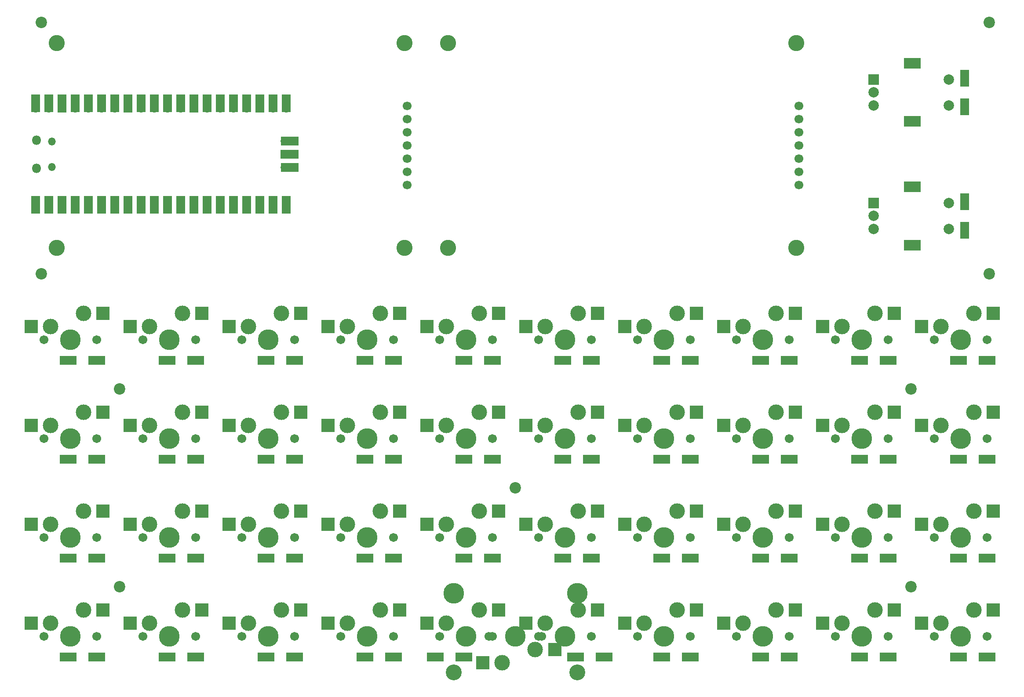
<source format=gbr>
%TF.GenerationSoftware,KiCad,Pcbnew,(6.0.4-0)*%
%TF.CreationDate,2022-09-25T09:44:29-05:00*%
%TF.ProjectId,mekko5X,6d656b6b-6f35-4582-9e6b-696361645f70,rev?*%
%TF.SameCoordinates,Original*%
%TF.FileFunction,Soldermask,Bot*%
%TF.FilePolarity,Negative*%
%FSLAX46Y46*%
G04 Gerber Fmt 4.6, Leading zero omitted, Abs format (unit mm)*
G04 Created by KiCad (PCBNEW (6.0.4-0)) date 2022-09-25 09:44:29*
%MOMM*%
%LPD*%
G01*
G04 APERTURE LIST*
%ADD10R,3.300000X1.700000*%
%ADD11R,1.700000X3.300000*%
%ADD12C,3.100000*%
%ADD13C,1.700000*%
%ADD14C,3.987800*%
%ADD15C,1.701800*%
%ADD16C,3.000000*%
%ADD17R,2.550000X2.500000*%
%ADD18R,2.000000X2.000000*%
%ADD19C,2.000000*%
%ADD20R,3.200000X2.000000*%
%ADD21C,3.048000*%
%ADD22O,1.800000X1.800000*%
%ADD23O,1.500000X1.500000*%
%ADD24O,1.700000X1.700000*%
%ADD25R,1.700000X3.500000*%
%ADD26R,1.700000X1.700000*%
%ADD27R,3.500000X1.700000*%
%ADD28C,2.200000*%
G04 APERTURE END LIST*
D10*
%TO.C,D42*%
X193306250Y-135731250D03*
X198806250Y-135731250D03*
%TD*%
%TO.C,D41*%
X174256250Y-135731250D03*
X179756250Y-135731250D03*
%TD*%
%TO.C,D40*%
X155206250Y-135731250D03*
X160706250Y-135731250D03*
%TD*%
%TO.C,D39*%
X136156250Y-135731250D03*
X141656250Y-135731250D03*
%TD*%
%TO.C,D38*%
X119487500Y-135731250D03*
X124987500Y-135731250D03*
%TD*%
%TO.C,D37*%
X92500000Y-135731250D03*
X98000000Y-135731250D03*
%TD*%
%TO.C,D36*%
X79006250Y-135731250D03*
X84506250Y-135731250D03*
%TD*%
%TO.C,D35*%
X59956250Y-135731250D03*
X65456250Y-135731250D03*
%TD*%
%TO.C,D34*%
X40906250Y-135731250D03*
X46406250Y-135731250D03*
%TD*%
%TO.C,D33*%
X21856250Y-135731250D03*
X27356250Y-135731250D03*
%TD*%
%TO.C,D32*%
X193306250Y-116681250D03*
X198806250Y-116681250D03*
%TD*%
%TO.C,D31*%
X174256250Y-116681250D03*
X179756250Y-116681250D03*
%TD*%
%TO.C,D30*%
X155206250Y-116681250D03*
X160706250Y-116681250D03*
%TD*%
%TO.C,D29*%
X136156250Y-116681250D03*
X141656250Y-116681250D03*
%TD*%
%TO.C,D28*%
X117106250Y-116681250D03*
X122606250Y-116681250D03*
%TD*%
%TO.C,D27*%
X98056250Y-116681250D03*
X103556250Y-116681250D03*
%TD*%
%TO.C,D26*%
X79006250Y-116681250D03*
X84506250Y-116681250D03*
%TD*%
%TO.C,D25*%
X59956250Y-116681250D03*
X65456250Y-116681250D03*
%TD*%
%TO.C,D24*%
X40906250Y-116681250D03*
X46406250Y-116681250D03*
%TD*%
%TO.C,D23*%
X21856250Y-116681250D03*
X27356250Y-116681250D03*
%TD*%
%TO.C,D22*%
X193306250Y-97631250D03*
X198806250Y-97631250D03*
%TD*%
%TO.C,D21*%
X174256250Y-97631250D03*
X179756250Y-97631250D03*
%TD*%
%TO.C,D20*%
X155206250Y-97631250D03*
X160706250Y-97631250D03*
%TD*%
%TO.C,D19*%
X136156250Y-97631250D03*
X141656250Y-97631250D03*
%TD*%
%TO.C,D18*%
X117106250Y-97631250D03*
X122606250Y-97631250D03*
%TD*%
%TO.C,D17*%
X98056250Y-97631250D03*
X103556250Y-97631250D03*
%TD*%
%TO.C,D16*%
X79006250Y-97631250D03*
X84506250Y-97631250D03*
%TD*%
%TO.C,D15*%
X59956250Y-97631250D03*
X65456250Y-97631250D03*
%TD*%
%TO.C,D14*%
X40906250Y-97631250D03*
X46406250Y-97631250D03*
%TD*%
%TO.C,D13*%
X21856250Y-97631250D03*
X27356250Y-97631250D03*
%TD*%
%TO.C,D12*%
X193306250Y-78581250D03*
X198806250Y-78581250D03*
%TD*%
%TO.C,D11*%
X174256250Y-78581250D03*
X179756250Y-78581250D03*
%TD*%
%TO.C,D10*%
X155206250Y-78581250D03*
X160706250Y-78581250D03*
%TD*%
%TO.C,D9*%
X136156250Y-78581250D03*
X141656250Y-78581250D03*
%TD*%
%TO.C,D8*%
X117106250Y-78581250D03*
X122606250Y-78581250D03*
%TD*%
%TO.C,D7*%
X98056250Y-78581250D03*
X103556250Y-78581250D03*
%TD*%
%TO.C,D6*%
X79006250Y-78581250D03*
X84506250Y-78581250D03*
%TD*%
%TO.C,D5*%
X59956250Y-78581250D03*
X65456250Y-78581250D03*
%TD*%
%TO.C,D4*%
X40906250Y-78581250D03*
X46406250Y-78581250D03*
%TD*%
%TO.C,D3*%
X21856250Y-78581250D03*
X27356250Y-78581250D03*
%TD*%
D11*
%TO.C,D2*%
X194468750Y-53550000D03*
X194468750Y-48050000D03*
%TD*%
%TO.C,D1*%
X194468750Y-29737500D03*
X194468750Y-24237500D03*
%TD*%
D12*
%TO.C,U2*%
X161992500Y-17461250D03*
X94992500Y-17461250D03*
X161992500Y-56961250D03*
X94992500Y-56961250D03*
D13*
X162492500Y-29591250D03*
X162492500Y-32131250D03*
X162492500Y-34671250D03*
X162492500Y-37211250D03*
X162492500Y-39751250D03*
X162492500Y-42291250D03*
X162492500Y-44831250D03*
%TD*%
D12*
%TO.C,U1*%
X86586250Y-17461250D03*
X19586250Y-17461250D03*
X86586250Y-56961250D03*
X19586250Y-56961250D03*
D13*
X87086250Y-29591250D03*
X87086250Y-32131250D03*
X87086250Y-34671250D03*
X87086250Y-37211250D03*
X87086250Y-39751250D03*
X87086250Y-42291250D03*
X87086250Y-44831250D03*
%TD*%
D14*
%TO.C,SW35*%
X60325000Y-131762500D03*
D15*
X55245000Y-131762500D03*
D16*
X62865000Y-126682500D03*
D15*
X65405000Y-131762500D03*
D16*
X56515000Y-129222500D03*
D17*
X66615000Y-126682500D03*
X52765000Y-129222500D03*
%TD*%
D15*
%TO.C,SW26*%
X84455000Y-112712500D03*
D16*
X75565000Y-110172500D03*
X81915000Y-107632500D03*
D14*
X79375000Y-112712500D03*
D15*
X74295000Y-112712500D03*
D17*
X85665000Y-107632500D03*
X71815000Y-110172500D03*
%TD*%
D16*
%TO.C,SW24*%
X43815000Y-107632500D03*
D14*
X41275000Y-112712500D03*
D15*
X46355000Y-112712500D03*
D16*
X37465000Y-110172500D03*
D15*
X36195000Y-112712500D03*
D17*
X47565000Y-107632500D03*
X33715000Y-110172500D03*
%TD*%
D14*
%TO.C,SW22*%
X193675000Y-93662500D03*
D16*
X189865000Y-91122500D03*
X196215000Y-88582500D03*
D15*
X188595000Y-93662500D03*
X198755000Y-93662500D03*
D17*
X199965000Y-88582500D03*
X186115000Y-91122500D03*
%TD*%
D14*
%TO.C,SW9*%
X136525000Y-74612500D03*
D15*
X131445000Y-74612500D03*
X141605000Y-74612500D03*
D16*
X139065000Y-69532500D03*
X132715000Y-72072500D03*
D17*
X142815000Y-69532500D03*
X128965000Y-72072500D03*
%TD*%
D15*
%TO.C,SW18*%
X122555000Y-93662500D03*
D16*
X113665000Y-91122500D03*
D15*
X112395000Y-93662500D03*
D16*
X120015000Y-88582500D03*
D14*
X117475000Y-93662500D03*
D17*
X123765000Y-88582500D03*
X109915000Y-91122500D03*
%TD*%
D14*
%TO.C,SW8*%
X117475000Y-74612500D03*
D16*
X120015000Y-69532500D03*
D15*
X122555000Y-74612500D03*
X112395000Y-74612500D03*
D16*
X113665000Y-72072500D03*
D17*
X123765000Y-69532500D03*
X109915000Y-72072500D03*
%TD*%
D16*
%TO.C,SW32*%
X196215000Y-107632500D03*
X189865000Y-110172500D03*
D14*
X193675000Y-112712500D03*
D15*
X188595000Y-112712500D03*
X198755000Y-112712500D03*
D17*
X199965000Y-107632500D03*
X186115000Y-110172500D03*
%TD*%
D18*
%TO.C,SW1*%
X176900000Y-24487500D03*
D19*
X176900000Y-29487500D03*
X176900000Y-26987500D03*
D20*
X184400000Y-32587500D03*
X184400000Y-21387500D03*
D19*
X191400000Y-29487500D03*
X191400000Y-24487500D03*
%TD*%
D15*
%TO.C,SW29*%
X131445000Y-112712500D03*
D14*
X136525000Y-112712500D03*
D16*
X132715000Y-110172500D03*
X139065000Y-107632500D03*
D15*
X141605000Y-112712500D03*
D17*
X142815000Y-107632500D03*
X128965000Y-110172500D03*
%TD*%
D15*
%TO.C,SW21*%
X179705000Y-93662500D03*
D14*
X174625000Y-93662500D03*
D15*
X169545000Y-93662500D03*
D16*
X170815000Y-91122500D03*
X177165000Y-88582500D03*
D17*
X180915000Y-88582500D03*
X167065000Y-91122500D03*
%TD*%
D15*
%TO.C,SW5*%
X65405000Y-74612500D03*
X55245000Y-74612500D03*
D16*
X56515000Y-72072500D03*
D14*
X60325000Y-74612500D03*
D16*
X62865000Y-69532500D03*
D17*
X66615000Y-69532500D03*
X52765000Y-72072500D03*
%TD*%
D14*
%TO.C,REF\u002A\u002A*%
X119850000Y-123507500D03*
D21*
X119850000Y-138747500D03*
X96050000Y-138747500D03*
D14*
X96050000Y-123507500D03*
%TD*%
%TO.C,SW41*%
X174625000Y-131762500D03*
D16*
X170815000Y-129222500D03*
X177165000Y-126682500D03*
D15*
X169545000Y-131762500D03*
X179705000Y-131762500D03*
D17*
X180915000Y-126682500D03*
X167065000Y-129222500D03*
%TD*%
D14*
%TO.C,SW3*%
X22225000Y-74612500D03*
D15*
X17145000Y-74612500D03*
D16*
X18415000Y-72072500D03*
D15*
X27305000Y-74612500D03*
D16*
X24765000Y-69532500D03*
D17*
X28515000Y-69532500D03*
X14665000Y-72072500D03*
%TD*%
D16*
%TO.C,SW42*%
X196215000Y-126682500D03*
D14*
X193675000Y-131762500D03*
D15*
X198755000Y-131762500D03*
X188595000Y-131762500D03*
D16*
X189865000Y-129222500D03*
D17*
X199965000Y-126682500D03*
X186115000Y-129222500D03*
%TD*%
D16*
%TO.C,SW34*%
X37465000Y-129222500D03*
D14*
X41275000Y-131762500D03*
D16*
X43815000Y-126682500D03*
D15*
X36195000Y-131762500D03*
X46355000Y-131762500D03*
D17*
X47565000Y-126682500D03*
X33715000Y-129222500D03*
%TD*%
D16*
%TO.C,SW10*%
X151765000Y-72072500D03*
D15*
X150495000Y-74612500D03*
D16*
X158115000Y-69532500D03*
D14*
X155575000Y-74612500D03*
D15*
X160655000Y-74612500D03*
D17*
X161865000Y-69532500D03*
X148015000Y-72072500D03*
%TD*%
D15*
%TO.C,SW30*%
X160655000Y-112712500D03*
D14*
X155575000Y-112712500D03*
D15*
X150495000Y-112712500D03*
D16*
X158115000Y-107632500D03*
X151765000Y-110172500D03*
D17*
X161865000Y-107632500D03*
X148015000Y-110172500D03*
%TD*%
D15*
%TO.C,SW36*%
X74295000Y-131762500D03*
D16*
X81915000Y-126682500D03*
D15*
X84455000Y-131762500D03*
D16*
X75565000Y-129222500D03*
D14*
X79375000Y-131762500D03*
D17*
X85665000Y-126682500D03*
X71815000Y-129222500D03*
%TD*%
D15*
%TO.C,SW4*%
X36195000Y-74612500D03*
D14*
X41275000Y-74612500D03*
D16*
X37465000Y-72072500D03*
X43815000Y-69532500D03*
D15*
X46355000Y-74612500D03*
D17*
X47565000Y-69532500D03*
X33715000Y-72072500D03*
%TD*%
D14*
%TO.C,SW31*%
X174625000Y-112712500D03*
D16*
X170815000Y-110172500D03*
D15*
X169545000Y-112712500D03*
D16*
X177165000Y-107632500D03*
D15*
X179705000Y-112712500D03*
D17*
X180915000Y-107632500D03*
X167065000Y-110172500D03*
%TD*%
D16*
%TO.C,SW16*%
X75565000Y-91122500D03*
D15*
X74295000Y-93662500D03*
X84455000Y-93662500D03*
D16*
X81915000Y-88582500D03*
D14*
X79375000Y-93662500D03*
D17*
X85665000Y-88582500D03*
X71815000Y-91122500D03*
%TD*%
D16*
%TO.C,SW33*%
X18415000Y-129222500D03*
X24765000Y-126682500D03*
D15*
X17145000Y-131762500D03*
D14*
X22225000Y-131762500D03*
D15*
X27305000Y-131762500D03*
D17*
X28515000Y-126682500D03*
X14665000Y-129222500D03*
%TD*%
D14*
%TO.C,SW7*%
X98425000Y-74612500D03*
D16*
X100965000Y-69532500D03*
D15*
X103505000Y-74612500D03*
X93345000Y-74612500D03*
D16*
X94615000Y-72072500D03*
D17*
X104715000Y-69532500D03*
X90865000Y-72072500D03*
%TD*%
D16*
%TO.C,SW44*%
X111760000Y-134302500D03*
X105410000Y-136842500D03*
D14*
X107950000Y-131762500D03*
D15*
X102870000Y-131762500D03*
X113030000Y-131762500D03*
D17*
X101660000Y-136842500D03*
X115510000Y-134302500D03*
%TD*%
D18*
%TO.C,SW2*%
X176900000Y-48300000D03*
D19*
X176900000Y-53300000D03*
X176900000Y-50800000D03*
D20*
X184400000Y-56400000D03*
X184400000Y-45200000D03*
D19*
X191400000Y-53300000D03*
X191400000Y-48300000D03*
%TD*%
D16*
%TO.C,SW37*%
X94615000Y-129222500D03*
X100965000Y-126682500D03*
D15*
X93345000Y-131762500D03*
X103505000Y-131762500D03*
D14*
X98425000Y-131762500D03*
D17*
X104715000Y-126682500D03*
X90865000Y-129222500D03*
%TD*%
D15*
%TO.C,SW27*%
X103505000Y-112712500D03*
D16*
X94615000Y-110172500D03*
X100965000Y-107632500D03*
D15*
X93345000Y-112712500D03*
D14*
X98425000Y-112712500D03*
D17*
X104715000Y-107632500D03*
X90865000Y-110172500D03*
%TD*%
D15*
%TO.C,SW11*%
X169545000Y-74612500D03*
D16*
X170815000Y-72072500D03*
D15*
X179705000Y-74612500D03*
D16*
X177165000Y-69532500D03*
D14*
X174625000Y-74612500D03*
D17*
X180915000Y-69532500D03*
X167065000Y-72072500D03*
%TD*%
D15*
%TO.C,SW20*%
X160655000Y-93662500D03*
D14*
X155575000Y-93662500D03*
D16*
X151765000Y-91122500D03*
X158115000Y-88582500D03*
D15*
X150495000Y-93662500D03*
D17*
X161865000Y-88582500D03*
X148015000Y-91122500D03*
%TD*%
D16*
%TO.C,SW15*%
X56515000Y-91122500D03*
D15*
X65405000Y-93662500D03*
D14*
X60325000Y-93662500D03*
D16*
X62865000Y-88582500D03*
D15*
X55245000Y-93662500D03*
D17*
X66615000Y-88582500D03*
X52765000Y-91122500D03*
%TD*%
D16*
%TO.C,SW38*%
X120015000Y-126682500D03*
D14*
X117475000Y-131762500D03*
D16*
X113665000Y-129222500D03*
D15*
X112395000Y-131762500D03*
X122555000Y-131762500D03*
D17*
X123765000Y-126682500D03*
X109915000Y-129222500D03*
%TD*%
D16*
%TO.C,SW39*%
X132715000Y-129222500D03*
X139065000Y-126682500D03*
D15*
X141605000Y-131762500D03*
D14*
X136525000Y-131762500D03*
D15*
X131445000Y-131762500D03*
D17*
X142815000Y-126682500D03*
X128965000Y-129222500D03*
%TD*%
D16*
%TO.C,SW19*%
X132715000Y-91122500D03*
D15*
X131445000Y-93662500D03*
X141605000Y-93662500D03*
D14*
X136525000Y-93662500D03*
D16*
X139065000Y-88582500D03*
D17*
X142815000Y-88582500D03*
X128965000Y-91122500D03*
%TD*%
D16*
%TO.C,SW6*%
X75565000Y-72072500D03*
D15*
X74295000Y-74612500D03*
D14*
X79375000Y-74612500D03*
D16*
X81915000Y-69532500D03*
D15*
X84455000Y-74612500D03*
D17*
X85665000Y-69532500D03*
X71815000Y-72072500D03*
%TD*%
D16*
%TO.C,SW13*%
X24765000Y-88582500D03*
D14*
X22225000Y-93662500D03*
D15*
X27305000Y-93662500D03*
X17145000Y-93662500D03*
D16*
X18415000Y-91122500D03*
D17*
X28515000Y-88582500D03*
X14665000Y-91122500D03*
%TD*%
D16*
%TO.C,SW28*%
X113665000Y-110172500D03*
D14*
X117475000Y-112712500D03*
D16*
X120015000Y-107632500D03*
D15*
X112395000Y-112712500D03*
X122555000Y-112712500D03*
D17*
X123765000Y-107632500D03*
X109915000Y-110172500D03*
%TD*%
D16*
%TO.C,SW25*%
X56515000Y-110172500D03*
D15*
X65405000Y-112712500D03*
D16*
X62865000Y-107632500D03*
D15*
X55245000Y-112712500D03*
D14*
X60325000Y-112712500D03*
D17*
X66615000Y-107632500D03*
X52765000Y-110172500D03*
%TD*%
D16*
%TO.C,SW40*%
X151765000Y-129222500D03*
D14*
X155575000Y-131762500D03*
D15*
X160655000Y-131762500D03*
X150495000Y-131762500D03*
D16*
X158115000Y-126682500D03*
D17*
X161865000Y-126682500D03*
X148015000Y-129222500D03*
%TD*%
D15*
%TO.C,SW17*%
X93345000Y-93662500D03*
D16*
X94615000Y-91122500D03*
D15*
X103505000Y-93662500D03*
D16*
X100965000Y-88582500D03*
D14*
X98425000Y-93662500D03*
D17*
X104715000Y-88582500D03*
X90865000Y-91122500D03*
%TD*%
D15*
%TO.C,SW23*%
X27305000Y-112712500D03*
X17145000Y-112712500D03*
D16*
X18415000Y-110172500D03*
D14*
X22225000Y-112712500D03*
D16*
X24765000Y-107632500D03*
D17*
X28515000Y-107632500D03*
X14665000Y-110172500D03*
%TD*%
D14*
%TO.C,SW14*%
X41275000Y-93662500D03*
D15*
X36195000Y-93662500D03*
D16*
X43815000Y-88582500D03*
D15*
X46355000Y-93662500D03*
D16*
X37465000Y-91122500D03*
D17*
X47565000Y-88582500D03*
X33715000Y-91122500D03*
%TD*%
D15*
%TO.C,SW12*%
X198755000Y-74612500D03*
D16*
X189865000Y-72072500D03*
D15*
X188595000Y-74612500D03*
D14*
X193675000Y-74612500D03*
D16*
X196215000Y-69532500D03*
D17*
X199965000Y-69532500D03*
X186115000Y-72072500D03*
%TD*%
D22*
%TO.C,U3*%
X15687500Y-36168750D03*
D23*
X18717500Y-41318750D03*
X18717500Y-36468750D03*
D22*
X15687500Y-41618750D03*
D24*
X15557500Y-30003750D03*
D25*
X15557500Y-29103750D03*
X18097500Y-29103750D03*
D24*
X18097500Y-30003750D03*
D26*
X20637500Y-30003750D03*
D25*
X20637500Y-29103750D03*
X23177500Y-29103750D03*
D24*
X23177500Y-30003750D03*
D25*
X25717500Y-29103750D03*
D24*
X25717500Y-30003750D03*
X28257500Y-30003750D03*
D25*
X28257500Y-29103750D03*
X30797500Y-29103750D03*
D24*
X30797500Y-30003750D03*
D25*
X33337500Y-29103750D03*
D26*
X33337500Y-30003750D03*
D25*
X35877500Y-29103750D03*
D24*
X35877500Y-30003750D03*
X38417500Y-30003750D03*
D25*
X38417500Y-29103750D03*
D24*
X40957500Y-30003750D03*
D25*
X40957500Y-29103750D03*
D24*
X43497500Y-30003750D03*
D25*
X43497500Y-29103750D03*
X46037500Y-29103750D03*
D26*
X46037500Y-30003750D03*
D25*
X48577500Y-29103750D03*
D24*
X48577500Y-30003750D03*
D25*
X51117500Y-29103750D03*
D24*
X51117500Y-30003750D03*
D25*
X53657500Y-29103750D03*
D24*
X53657500Y-30003750D03*
X56197500Y-30003750D03*
D25*
X56197500Y-29103750D03*
D26*
X58737500Y-30003750D03*
D25*
X58737500Y-29103750D03*
X61277500Y-29103750D03*
D24*
X61277500Y-30003750D03*
D25*
X63817500Y-29103750D03*
D24*
X63817500Y-30003750D03*
D25*
X63817500Y-48683750D03*
D24*
X63817500Y-47783750D03*
X61277500Y-47783750D03*
D25*
X61277500Y-48683750D03*
X58737500Y-48683750D03*
D26*
X58737500Y-47783750D03*
D25*
X56197500Y-48683750D03*
D24*
X56197500Y-47783750D03*
X53657500Y-47783750D03*
D25*
X53657500Y-48683750D03*
D24*
X51117500Y-47783750D03*
D25*
X51117500Y-48683750D03*
D24*
X48577500Y-47783750D03*
D25*
X48577500Y-48683750D03*
X46037500Y-48683750D03*
D26*
X46037500Y-47783750D03*
D25*
X43497500Y-48683750D03*
D24*
X43497500Y-47783750D03*
D25*
X40957500Y-48683750D03*
D24*
X40957500Y-47783750D03*
D25*
X38417500Y-48683750D03*
D24*
X38417500Y-47783750D03*
X35877500Y-47783750D03*
D25*
X35877500Y-48683750D03*
D26*
X33337500Y-47783750D03*
D25*
X33337500Y-48683750D03*
D24*
X30797500Y-47783750D03*
D25*
X30797500Y-48683750D03*
D24*
X28257500Y-47783750D03*
D25*
X28257500Y-48683750D03*
D24*
X25717500Y-47783750D03*
D25*
X25717500Y-48683750D03*
D24*
X23177500Y-47783750D03*
D25*
X23177500Y-48683750D03*
D26*
X20637500Y-47783750D03*
D25*
X20637500Y-48683750D03*
X18097500Y-48683750D03*
D24*
X18097500Y-47783750D03*
X15557500Y-47783750D03*
D25*
X15557500Y-48683750D03*
D24*
X63587500Y-36353750D03*
D27*
X64487500Y-36353750D03*
D26*
X63587500Y-38893750D03*
D27*
X64487500Y-38893750D03*
D24*
X63587500Y-41433750D03*
D27*
X64487500Y-41433750D03*
%TD*%
D28*
%TO.C,H1*%
X199231250Y-13493750D03*
%TD*%
%TO.C,H2*%
X16668750Y-13493750D03*
%TD*%
%TO.C,H3*%
X199231250Y-61912500D03*
%TD*%
%TO.C,H9*%
X31750000Y-122237500D03*
%TD*%
%TO.C,H4*%
X16668750Y-61912500D03*
%TD*%
%TO.C,H8*%
X184150000Y-122237500D03*
%TD*%
%TO.C,H5*%
X107950000Y-103187500D03*
%TD*%
%TO.C,H7*%
X31750000Y-84137500D03*
%TD*%
%TO.C,H6*%
X184150000Y-84137500D03*
%TD*%
M02*

</source>
